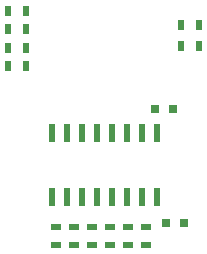
<source format=gtp>
G04 #@! TF.GenerationSoftware,KiCad,Pcbnew,(2017-09-19 revision dddaa7e69)-makepkg*
G04 #@! TF.CreationDate,2017-12-24T07:49:48+10:30*
G04 #@! TF.ProjectId,din_isolated_SPI,64696E5F69736F6C617465645F535049,rev?*
G04 #@! TF.SameCoordinates,Original*
G04 #@! TF.FileFunction,Paste,Top*
G04 #@! TF.FilePolarity,Positive*
%FSLAX46Y46*%
G04 Gerber Fmt 4.6, Leading zero omitted, Abs format (unit mm)*
G04 Created by KiCad (PCBNEW (2017-09-19 revision dddaa7e69)-makepkg) date 12/24/17 07:49:48*
%MOMM*%
%LPD*%
G01*
G04 APERTURE LIST*
%ADD10R,0.900000X0.500000*%
%ADD11R,0.800000X0.750000*%
%ADD12R,0.500000X0.900000*%
%ADD13R,0.600000X1.500000*%
G04 APERTURE END LIST*
D10*
X128651000Y-83768500D03*
X128651000Y-85268500D03*
D11*
X138482000Y-73787000D03*
X136982000Y-73787000D03*
X137934000Y-83439000D03*
X139434000Y-83439000D03*
D12*
X124536000Y-67013700D03*
X126036000Y-67013700D03*
X126036000Y-65468500D03*
X124536000Y-65468500D03*
X124536000Y-68558800D03*
X126036000Y-68558800D03*
X126036000Y-70104000D03*
X124536000Y-70104000D03*
X140704000Y-66675000D03*
X139204000Y-66675000D03*
D10*
X136271000Y-85268500D03*
X136271000Y-83768500D03*
X133223000Y-83768500D03*
X133223000Y-85268500D03*
X131699000Y-85268500D03*
X131699000Y-83768500D03*
X130175000Y-83768500D03*
X130175000Y-85268500D03*
D12*
X139204000Y-68453000D03*
X140704000Y-68453000D03*
D10*
X134747000Y-83768500D03*
X134747000Y-85268500D03*
D13*
X137160000Y-81186000D03*
X135890000Y-81186000D03*
X134620000Y-81186000D03*
X133350000Y-81186000D03*
X132080000Y-81186000D03*
X130810000Y-81186000D03*
X129540000Y-81186000D03*
X128270000Y-81186000D03*
X128270000Y-75786000D03*
X129540000Y-75786000D03*
X130810000Y-75786000D03*
X132080000Y-75786000D03*
X133350000Y-75786000D03*
X134620000Y-75786000D03*
X135890000Y-75786000D03*
X137160000Y-75786000D03*
M02*

</source>
